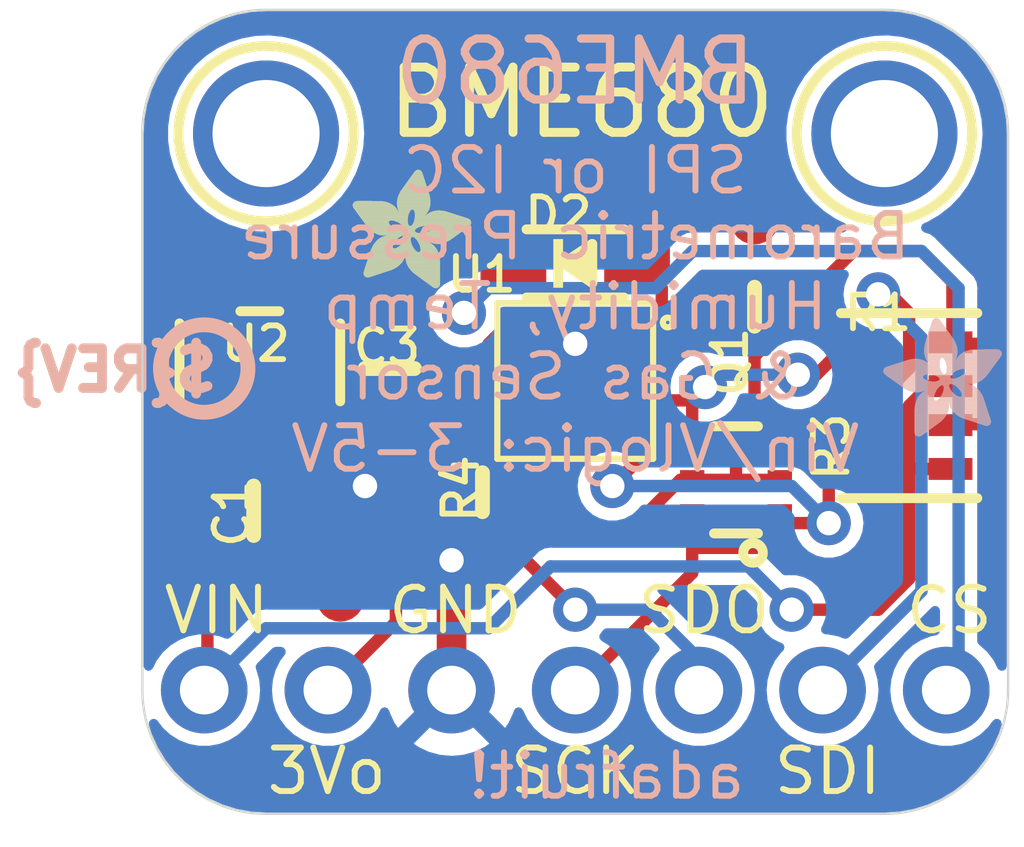
<source format=kicad_pcb>
(kicad_pcb (version 20221018) (generator pcbnew)
  (layers (0 "F.Cu" signal) (31 "B.Cu" signal) (34 "B.Paste" user) (35 "F.Paste" user) (36 "B.SilkS" user "B.Silkscreen") (37 "F.SilkS" user "F.Silkscreen") (38 "B.Mask" user) (39 "F.Mask" user) (44 "Edge.Cuts" user))
  (net 0 "")
  (net 1 "GND")
  (net 2 "SDI_3V")
  (net 3 "SCK_3V")
  (net 4 "CS_3V")
  (net 5 "3.3V")
  (net 6 "SDO/ADR")
  (net 7 "SDI/SDA")
  (net 8 "SCK/SCL")
  (net 9 "VIN")
  (net 10 "CS")
  (footprint "working:FIDUCIAL_1MM" (layer "F.Cu") (at 143.6751 108.8136)
    (fp_text reference "U$5" hide)
    (fp_text value "FIDUCIAL_1MM" hide)
    (pad "1" smd roundrect (at 0 0) (size 1 1) (layers "F.Cu" "F.Mask") (roundrect_rratio 0.5))
  )
  (footprint "working:ADAFRUIT_2.5MM" (layer "F.Cu") (at 143.9291 102.4636)
    (fp_text reference "U$6" hide)
    (fp_text value "" hide)
  )
  (footprint "working:BME680" (layer "F.Cu") (at 148.5011 104.3686)
    (fp_text reference "U1" (at -1.15 -2.185) (layer "F.SilkS") (effects (font (size 0.692831 0.692831) (thickness 0.119969)) (justify right)))
    (fp_text value "BME280")
    (pad "1" smd rect (at 1.2 -1.2) (size 0.4 0.4) (layers "F.Cu" "F.Paste" "F.Mask") (net 1 "GND"))
    (pad "2" smd rect (at 1.2 -0.4) (size 0.4 0.4) (layers "F.Cu" "F.Paste" "F.Mask") (net 4 "CS_3V"))
    (pad "3" smd rect (at 1.2 0.4) (size 0.4 0.4) (layers "F.Cu" "F.Paste" "F.Mask") (net 2 "SDI_3V"))
    (pad "4" smd rect (at 1.2 1.2) (size 0.4 0.4) (layers "F.Cu" "F.Paste" "F.Mask") (net 3 "SCK_3V"))
    (pad "5" smd rect (at -1.2 1.2) (size 0.4 0.4) (layers "F.Cu" "F.Paste" "F.Mask") (net 6 "SDO/ADR"))
    (pad "6" smd rect (at -1.2 0.4) (size 0.4 0.4) (layers "F.Cu" "F.Paste" "F.Mask") (net 5 "3.3V"))
    (pad "7" smd rect (at -1.2 -0.4) (size 0.4 0.4) (layers "F.Cu" "F.Paste" "F.Mask") (net 1 "GND"))
    (pad "8" smd rect (at -1.2 -1.2) (size 0.4 0.4) (layers "F.Cu" "F.Paste" "F.Mask") (net 5 "3.3V"))
  )
  (footprint "working:0603-NO" (layer "F.Cu") (at 146.5961 106.6546 180)
    (fp_text reference "R4" (at 0.4445 0.8255 90) (layer "F.SilkS") (effects (font (size 0.692831 0.692831) (thickness 0.119969)) (justify right)))
    (fp_text value "10K")
    (pad "1" smd rect (at -0.85 0 180) (size 1.075 1) (layers "F.Cu" "F.Paste" "F.Mask") (net 6 "SDO/ADR"))
    (pad "2" smd rect (at 0.85 0 180) (size 1.075 1) (layers "F.Cu" "F.Paste" "F.Mask") (net 5 "3.3V"))
  )
  (footprint "working:RESPACK_4X0603" (layer "F.Cu") (at 155.3591 104.8766 90)
    (fp_text reference "R3" (at -1.6 -1.6 90) (layer "F.SilkS") (effects (font (size 0.692831 0.692831) (thickness 0.119969)) (justify left)))
    (fp_text value "10K")
    (pad "1" smd rect (at -1.3 0.85 90) (size 0.45 0.9) (layers "F.Cu" "F.Paste" "F.Mask") (net 9 "VIN"))
    (pad "2" smd rect (at -0.4 0.85 90) (size 0.45 0.9) (layers "F.Cu" "F.Paste" "F.Mask") (net 5 "3.3V"))
    (pad "3" smd rect (at 0.4 0.85 90) (size 0.45 0.9) (layers "F.Cu" "F.Paste" "F.Mask") (net 9 "VIN"))
    (pad "4" smd rect (at 1.3 0.85 90) (size 0.45 0.9) (layers "F.Cu" "F.Paste" "F.Mask") (net 5 "3.3V"))
    (pad "5" smd rect (at 1.3 -0.85 90) (size 0.45 0.9) (layers "F.Cu" "F.Paste" "F.Mask") (net 2 "SDI_3V"))
    (pad "6" smd rect (at 0.4 -0.85 90) (size 0.45 0.9) (layers "F.Cu" "F.Paste" "F.Mask") (net 7 "SDI/SDA"))
    (pad "7" smd rect (at -0.4 -0.85 90) (size 0.45 0.9) (layers "F.Cu" "F.Paste" "F.Mask") (net 3 "SCK_3V"))
    (pad "8" smd rect (at -1.3 -0.85 90) (size 0.45 0.9) (layers "F.Cu" "F.Paste" "F.Mask") (net 8 "SCK/SCL"))
  )
  (footprint "working:FIDUCIAL_1MM" (layer "F.Cu") (at 152.1841 101.0666)
    (fp_text reference "U$15" hide)
    (fp_text value "FIDUCIAL_1MM" hide)
    (pad "1" smd roundrect (at 0 0) (size 1 1) (layers "F.Cu" "F.Mask") (roundrect_rratio 0.5))
  )
  (footprint "working:0805-NO" (layer "F.Cu") (at 141.8971 107.0356)
    (fp_text reference "C1" (at -0.4445 -0.6985 90) (layer "F.SilkS") (effects (font (size 0.692831 0.692831) (thickness 0.119969)) (justify right)))
    (fp_text value "10uF")
    (pad "1" smd rect (at -0.95 0) (size 1.24 1.5) (layers "F.Cu" "F.Paste" "F.Mask") (net 9 "VIN"))
    (pad "2" smd rect (at 0.95 0) (size 1.24 1.5) (layers "F.Cu" "F.Paste" "F.Mask") (net 1 "GND"))
  )
  (footprint "working:SOD-323" (layer "F.Cu") (at 148.5011 101.9556)
    (fp_text reference "D2" (at -1.1 -1) (layer "F.SilkS") (effects (font (size 0.692831 0.692831) (thickness 0.119969)) (justify left)))
    (fp_text value "1N4148")
    (pad "A" smd rect (at 1.27 0) (size 1.35 0.8) (layers "F.Cu" "F.Paste" "F.Mask") (net 4 "CS_3V"))
    (pad "C" smd rect (at -1.27 0) (size 1.35 0.8) (layers "F.Cu" "F.Paste" "F.Mask") (net 10 "CS"))
  )
  (footprint "working:MOUNTINGHOLE_2.0_PLATED" (layer "F.Cu") (at 154.8511 99.2886)
    (fp_text reference "U$8" hide)
    (fp_text value "MOUNTINGHOLE2.0" hide)
    (pad "P$1" thru_hole circle (at 0 0) (size 3 3) (drill 2.2) (layers "*.Cu" "*.Mask"))
    (zone (net 0) (net_name "") (layer "B.Cu") (connect_pads (clearance 0)) (min_thickness 0.25)
      (keepout (tracks not_allowed) (vias not_allowed) (pads not_allowed) (copperpour not_allowed) (footprints allowed))
      (fill (thermal_gap 0.5) (thermal_bridge_width 0.5))
      (polygon (pts (xy 156.8671 99.2886) (xy 156.84748 99.008027) (xy 156.789004 98.732915) (xy 156.692808 98.468619) (xy 156.560765 98.220283) (xy 156.395446 97.99274) (xy 156.200067 97.79042) (xy 155.978433 97.61726) (xy 155.734856 97.476631) (xy 155.474078 97.37127) (xy 155.201175 97.303228) (xy 154.921457 97.273828) (xy 154.640371 97.283644) (xy 154.363385 97.332484) (xy 154.095893 97.419397) (xy 153.8431 97.542693) (xy 153.609926 97.69997) (xy 153.400911 97.888169) (xy 153.220122 98.103625) (xy 153.071078 98.342145) (xy 152.95668 98.599087) (xy 152.879154 98.86945) (xy 152.840011 99.147971) (xy 152.840011 99.429229) (xy 152.879154 99.70775) (xy 152.95668 99.978113) (xy 153.071078 100.235055) (xy 153.220122 100.473575) (xy 153.400911 100.689031) (xy 153.609926 100.87723) (xy 153.8431 101.034507) (xy 154.095893 101.157803) (xy 154.363385 101.244716) (xy 154.640371 101.293556) (xy 154.921457 101.303372) (xy 155.201175 101.273972) (xy 155.474078 101.20593) (xy 155.734856 101.100569) (xy 155.978433 100.95994) (xy 156.200067 100.78678) (xy 156.395446 100.58446) (xy 156.560765 100.356917) (xy 156.692808 100.108581) (xy 156.789004 99.844285) (xy 156.84748 99.569173)))
      (polygon (pts (xy 154.8351 99.2886) (xy 154.839786 99.299914) (xy 154.8511 99.3046) (xy 154.862414 99.299914) (xy 154.8671 99.2886) (xy 154.862414 99.277286) (xy 154.8511 99.2726) (xy 154.839786 99.277286)))
    )
  )
  (footprint "working:0603-NO" (layer "F.Cu") (at 152.1841 102.8446)
    (fp_text reference "R1" (at 1.778 0.127) (layer "F.SilkS") (effects (font (size 0.692831 0.692831) (thickness 0.119969)) (justify left)))
    (fp_text value "10K")
    (pad "1" smd rect (at -0.85 0) (size 1.075 1) (layers "F.Cu" "F.Paste" "F.Mask") (net 4 "CS_3V"))
    (pad "2" smd rect (at 0.85 0) (size 1.075 1) (layers "F.Cu" "F.Paste" "F.Mask") (net 5 "3.3V"))
  )
  (footprint "working:SOT23-5" (layer "F.Cu") (at 142.0241 103.9876)
    (fp_text reference "U2" (at 0.689 -0.381) (layer "F.SilkS") (effects (font (size 0.692831 0.692831) (thickness 0.119969)) (justify right)))
    (fp_text value "MIC5225-3.3")
    (pad "1" smd rect (at -0.95 1.3001) (size 0.55 1.2) (layers "F.Cu" "F.Paste" "F.Mask") (net 9 "VIN"))
    (pad "2" smd rect (at 0 1.3001) (size 0.55 1.2) (layers "F.Cu" "F.Paste" "F.Mask") (net 1 "GND"))
    (pad "3" smd rect (at 0.95 1.3001) (size 0.55 1.2) (layers "F.Cu" "F.Paste" "F.Mask") (net 9 "VIN"))
    (pad "4" smd rect (at 0.95 -1.3001) (size 0.55 1.2) (layers "F.Cu" "F.Paste" "F.Mask"))
    (pad "5" smd rect (at -0.95 -1.3001) (size 0.55 1.2) (layers "F.Cu" "F.Paste" "F.Mask") (net 5 "3.3V"))
  )
  (footprint "working:0805-NO" (layer "F.Cu") (at 144.6911 104.1146 -90)
    (fp_text reference "C3" (at -0.4445 -0.6985) (layer "F.SilkS") (effects (font (size 0.692831 0.692831) (thickness 0.119969)) (justify right)))
    (fp_text value "10uF")
    (pad "1" smd rect (at -0.95 0 270) (size 1.24 1.5) (layers "F.Cu" "F.Paste" "F.Mask") (net 5 "3.3V"))
    (pad "2" smd rect (at 0.95 0 270) (size 1.24 1.5) (layers "F.Cu" "F.Paste" "F.Mask") (net 1 "GND"))
  )
  (footprint "working:MOUNTINGHOLE_2.0_PLATED" (layer "F.Cu") (at 142.1511 99.2886)
    (fp_text reference "U$7" hide)
    (fp_text value "MOUNTINGHOLE2.0" hide)
    (pad "P$1" thru_hole circle (at 0 0) (size 3 3) (drill 2.2) (layers "*.Cu" "*.Mask"))
    (zone (net 0) (net_name "") (layer "B.Cu") (connect_pads (clearance 0)) (min_thickness 0.25)
      (keepout (tracks not_allowed) (vias not_allowed) (pads not_allowed) (copperpour not_allowed) (footprints allowed))
      (fill (thermal_gap 0.5) (thermal_bridge_width 0.5))
      (polygon (pts (xy 144.1671 99.2886) (xy 144.14748 99.008027) (xy 144.089004 98.732915) (xy 143.992808 98.468619) (xy 143.860765 98.220283) (xy 143.695446 97.99274) (xy 143.500067 97.79042) (xy 143.278433 97.61726) (xy 143.034856 97.476631) (xy 142.774078 97.37127) (xy 142.501175 97.303228) (xy 142.221457 97.273828) (xy 141.940371 97.283644) (xy 141.663385 97.332484) (xy 141.395893 97.419397) (xy 141.1431 97.542693) (xy 140.909926 97.69997) (xy 140.700911 97.888169) (xy 140.520122 98.103625) (xy 140.371078 98.342145) (xy 140.25668 98.599087) (xy 140.179154 98.86945) (xy 140.140011 99.147971) (xy 140.140011 99.429229) (xy 140.179154 99.70775) (xy 140.25668 99.978113) (xy 140.371078 100.235055) (xy 140.520122 100.473575) (xy 140.700911 100.689031) (xy 140.909926 100.87723) (xy 141.1431 101.034507) (xy 141.395893 101.157803) (xy 141.663385 101.244716) (xy 141.940371 101.293556) (xy 142.221457 101.303372) (xy 142.501175 101.273972) (xy 142.774078 101.20593) (xy 143.034856 101.100569) (xy 143.278433 100.95994) (xy 143.500067 100.78678) (xy 143.695446 100.58446) (xy 143.860765 100.356917) (xy 143.992808 100.108581) (xy 144.089004 99.844285) (xy 144.14748 99.569173)))
      (polygon (pts (xy 142.1351 99.2886) (xy 142.139786 99.299914) (xy 142.1511 99.3046) (xy 142.162414 99.299914) (xy 142.1671 99.2886) (xy 142.162414 99.277286) (xy 142.1511 99.2726) (xy 142.139786 99.277286)))
    )
  )
  (footprint "working:SOT363" (layer "F.Cu") (at 151.8031 106.4006 90)
    (fp_text reference "Q1" (at 1.651 -0.127 90) (layer "F.SilkS") (effects (font (size 0.692831 0.692831) (thickness 0.119969)) (justify left)))
    (fp_text value "2N7002D")
    (pad "1" smd rect (at -0.75 0.9 90) (size 0.5 0.5) (layers "F.Cu" "F.Paste" "F.Mask") (net 3 "SCK_3V"))
    (pad "2" smd rect (at 0 0.9 90) (size 0.4 0.5) (layers "F.Cu" "F.Paste" "F.Mask") (net 5 "3.3V"))
    (pad "3" smd rect (at 0.75 0.9 90) (size 0.5 0.5) (layers "F.Cu" "F.Paste" "F.Mask") (net 7 "SDI/SDA"))
    (pad "4" smd rect (at 0.75 -0.9 90) (size 0.5 0.5) (layers "F.Cu" "F.Paste" "F.Mask") (net 2 "SDI_3V"))
    (pad "5" smd rect (at 0 -0.9 90) (size 0.4 0.5) (layers "F.Cu" "F.Paste" "F.Mask") (net 5 "3.3V"))
    (pad "6" smd rect (at -0.75 -0.9 90) (size 0.5 0.5) (layers "F.Cu" "F.Paste" "F.Mask") (net 8 "SCK/SCL"))
  )
  (footprint "working:1X07_ROUND_70" (layer "F.Cu") (at 148.5011 110.7186)
    (fp_text reference "JP2" hide)
    (fp_text value "")
    (pad "1" thru_hole circle (at -7.62 0 90) (size 1.778 1.778) (drill 1) (layers "*.Cu" "*.Mask") (net 9 "VIN"))
    (pad "2" thru_hole circle (at -5.08 0 90) (size 1.778 1.778) (drill 1) (layers "*.Cu" "*.Mask") (net 5 "3.3V"))
    (pad "3" thru_hole circle (at -2.54 0 90) (size 1.778 1.778) (drill 1) (layers "*.Cu" "*.Mask") (net 1 "GND"))
    (pad "4" thru_hole circle (at 0 0 90) (size 1.778 1.778) (drill 1) (layers "*.Cu" "*.Mask") (net 8 "SCK/SCL"))
    (pad "5" thru_hole circle (at 2.54 0 90) (size 1.778 1.778) (drill 1) (layers "*.Cu" "*.Mask") (net 6 "SDO/ADR"))
    (pad "6" thru_hole circle (at 5.08 0 90) (size 1.778 1.778) (drill 1) (layers "*.Cu" "*.Mask") (net 7 "SDI/SDA"))
    (pad "7" thru_hole circle (at 7.62 0 90) (size 1.778 1.778) (drill 1) (layers "*.Cu" "*.Mask") (net 10 "CS"))
  )
  (footprint "working:ADAFRUIT_2.5MM" (layer "B.Cu") (at 157.2641 105.5116 180)
    (fp_text reference "U$2" hide)
    (fp_text value "" hide)
  )
  (footprint "working:PCBFEAT-REV-040" (layer "B.Cu") (at 140.8811 104.1146 180)
    (fp_text reference "U$20" hide)
    (fp_text value "" hide)
    (fp_text user "${REV}" (at -0.3556 -0.508) (layer "B.SilkS") (effects (font (size 0.8128 0.8128) (thickness 0.2032)) (justify left bottom mirror)))
  )
  (gr_arc (start 142.1511 113.2586) (mid 140.355049 112.514651) (end 139.6111 110.7186) (stroke (width 0.05)) (layer "Edge.Cuts"))
  (gr_line (start 139.6111 110.7186) (end 139.6111 99.2886) (stroke (width 0.05)) (layer "Edge.Cuts"))
  (gr_line (start 142.1511 96.7486) (end 154.8511 96.7486) (stroke (width 0.05)) (layer "Edge.Cuts"))
  (gr_arc (start 157.3911 110.7186) (mid 156.647151 112.514651) (end 154.8511 113.2586) (stroke (width 0.05)) (layer "Edge.Cuts"))
  (gr_line (start 157.3911 99.2886) (end 157.3911 110.7186) (stroke (width 0.05)) (layer "Edge.Cuts"))
  (gr_line (start 154.8511 113.2586) (end 142.1511 113.2586) (stroke (width 0.05)) (layer "Edge.Cuts"))
  (gr_arc (start 139.6111 99.2886) (mid 140.355049 97.492549) (end 142.1511 96.7486) (stroke (width 0.05)) (layer "Edge.Cuts"))
  (gr_arc (start 154.8511 96.7486) (mid 156.647151 97.492549) (end 157.3911 99.2886) (stroke (width 0.05)) (layer "Edge.Cuts"))
  (gr_text "SPI or I2C" (at 148.5011 100.0506) (layer "B.SilkS") (effects (font (size 0.89408 0.89408) (thickness 0.12192)) (justify mirror)))
  (gr_text "Barometric Pressure\nHumidity, Temp\n& Gas Sensor" (at 148.5011 102.8446) (layer "B.SilkS") (effects (font (size 0.89408 0.89408) (thickness 0.12192)) (justify mirror)))
  (gr_text "BME680" (at 148.5011 98.0186) (layer "B.SilkS") (effects (font (size 1.251712 1.251712) (thickness 0.170688)) (justify mirror)))
  (gr_text "Vin/Vlogic: 3-5V" (at 148.5011 105.7656) (layer "B.SilkS") (effects (font (size 0.89408 0.89408) (thickness 0.12192)) (justify mirror)))
  (gr_text "adafruit!" (at 152.0571 113.0046) (layer "B.SilkS") (effects (font (size 0.89408 0.89408) (thickness 0.12192)) (justify left bottom mirror)))
  (gr_text "SDO" (at 152.5651 108.5596) (layer "F.SilkS") (effects (font (size 0.89408 0.89408) (thickness 0.12192)) (justify right top)))
  (gr_text "VIN" (at 142.2781 108.5596) (layer "F.SilkS") (effects (font (size 0.89408 0.89408) (thickness 0.12192)) (justify right top)))
  (gr_text "SCK" (at 149.8981 111.8616) (layer "F.SilkS") (effects (font (size 0.89408 0.89408) (thickness 0.12192)) (justify right top)))
  (gr_text "BME680" (at 148.6281 98.6536) (layer "F.SilkS") (effects (font (size 1.34112 1.34112) (thickness 0.18288))))
  (gr_text "3Vo" (at 144.6911 111.8616) (layer "F.SilkS") (effects (font (size 0.89408 0.89408) (thickness 0.12192)) (justify right top)))
  (gr_text "GND" (at 147.4851 108.5596) (layer "F.SilkS") (effects (font (size 0.89408 0.89408) (thickness 0.12192)) (justify right top)))
  (gr_text "CS" (at 157.1371 108.5596) (layer "F.SilkS") (effects (font (size 0.89408 0.89408) (thickness 0.12192)) (justify right top)))
  (gr_text "SDI" (at 154.8511 111.8616) (layer "F.SilkS") (effects (font (size 0.89408 0.89408) (thickness 0.12192)) (justify right top)))
  (segment (start 142.8471 106.8426) (end 142.8471 107.0356) (width 0.254) (layer "F.Cu") (net 1))
  (segment (start 142.0241 106.0196) (end 142.8471 106.8426) (width 0.254) (layer "F.Cu") (net 1))
  (segment (start 148.5011 103.6066) (end 148.1391 103.9686) (width 0.254) (layer "F.Cu") (net 1))
  (segment (start 142.8471 107.0356) (end 143.6751 107.0356) (width 0.254) (layer "F.Cu") (net 1))
  (segment (start 145.9611 110.7186) (end 145.9611 108.0516) (width 0.6096) (layer "F.Cu") (net 1))
  (segment (start 148.9391 103.1686) (end 149.7011 103.1686) (width 0.254) (layer "F.Cu") (net 1))
  (segment (start 144.1831 105.5726) (end 144.1831 106.5276) (width 0.254) (layer "F.Cu") (net 1))
  (segment (start 148.1391 103.9686) (end 147.3011 103.9686) (width 0.254) (layer "F.Cu") (net 1))
  (segment (start 142.0241 105.2877) (end 142.0241 106.0196) (width 0.254) (layer "F.Cu") (net 1))
  (segment (start 144.6911 105.0646) (end 144.1831 105.5726) (width 0.254) (layer "F.Cu") (net 1))
  (segment (start 148.5011 103.6066) (end 148.9391 103.1686) (width 0.254) (layer "F.Cu") (net 1))
  (segment (start 143.6751 107.0356) (end 144.1831 106.5276) (width 0.254) (layer "F.Cu") (net 1))
  (via (at 148.5011 103.6066) (size 0.9064) (drill 0.5) (layers "F.Cu" "B.Cu") (net 1))
  (via (at 144.1831 106.5276) (size 0.9064) (drill 0.5) (layers "F.Cu" "B.Cu") (net 1))
  (via (at 145.9611 108.0516) (size 0.9064) (drill 0.5) (layers "F.Cu" "B.Cu") (net 1))
  (segment (start 150.9701 104.6936) (end 151.1681 104.4956) (width 0.254) (layer "F.Cu") (net 2))
  (segment (start 154.5091 103.5766) (end 154.1191 103.5766) (width 0.254) (layer "F.Cu") (net 2))
  (segment (start 150.8951 104.7686) (end 151.1681 104.4956) (width 0.254) (layer "F.Cu") (net 2))
  (segment (start 151.1681 104.4956) (end 150.9031 104.7606) (width 0.254) (layer "F.Cu") (net 2))
  (segment (start 153.4541 104.2416) (end 153.0731 104.2416) (width 0.254) (layer "F.Cu") (net 2))
  (segment (start 154.1191 103.5766) (end 153.4541 104.2416) (width 0.254) (layer "F.Cu") (net 2))
  (segment (start 150.9031 104.7606) (end 150.9031 105.6506) (width 0.254) (layer "F.Cu") (net 2))
  (segment (start 149.7011 104.7686) (end 150.8951 104.7686) (width 0.254) (layer "F.Cu") (net 2))
  (via (at 151.1681 104.4956) (size 0.9064) (drill 0.5) (layers "F.Cu" "B.Cu") (net 2))
  (via (at 153.0731 104.2416) (size 0.9064) (drill 0.5) (layers "F.Cu" "B.Cu") (net 2))
  (segment (start 151.4221 104.2416) (end 153.0731 104.2416) (width 0.254) (layer "B.Cu") (net 2))
  (segment (start 151.1681 104.4956) (end 151.4221 104.2416) (width 0.254) (layer "B.Cu") (net 2))
  (segment (start 152.8421 107.2896) (end 153.7081 107.2896) (width 0.254) (layer "F.Cu") (net 3))
  (segment (start 154.0701 105.2766) (end 154.5091 105.2766) (width 0.254) (layer "F.Cu") (net 3))
  (segment (start 149.7011 106.0896) (end 149.2631 106.5276) (width 0.254) (layer "F.Cu") (net 3))
  (segment (start 153.7081 105.6386) (end 153.7081 107.2896) (width 0.254) (layer "F.Cu") (net 3))
  (segment (start 149.7011 105.5686) (end 149.7011 106.0896) (width 0.254) (layer "F.Cu") (net 3))
  (segment (start 152.7031 107.1506) (end 152.8421 107.2896) (width 0.254) (layer "F.Cu") (net 3))
  (segment (start 154.0701 105.2766) (end 153.7081 105.6386) (width 0.254) (layer "F.Cu") (net 3))
  (via (at 149.2631 106.5276) (size 0.9064) (drill 0.5) (layers "F.Cu" "B.Cu") (net 3))
  (via (at 153.7081 107.2896) (size 0.9064) (drill 0.5) (layers "F.Cu" "B.Cu") (net 3))
  (segment (start 152.9461 106.5276) (end 153.7081 107.2896) (width 0.254) (layer "B.Cu") (net 3))
  (segment (start 149.2631 106.5276) (end 152.9461 106.5276) (width 0.254) (layer "B.Cu") (net 3))
  (segment (start 150.2791 102.4636) (end 149.7711 101.9556) (width 0.254) (layer "F.Cu") (net 4))
  (segment (start 151.3341 102.8446) (end 150.2791 102.8446) (width 0.254) (layer "F.Cu") (net 4))
  (segment (start 150.0441 103.9686) (end 149.7011 103.9686) (width 0.254) (layer "F.Cu") (net 4))
  (segment (start 150.2791 103.7336) (end 150.2791 102.8446) (width 0.254) (layer "F.Cu") (net 4))
  (segment (start 150.2791 102.8446) (end 150.2791 102.4636) (width 0.254) (layer "F.Cu") (net 4))
  (segment (start 150.2791 103.7336) (end 150.0441 103.9686) (width 0.254) (layer "F.Cu") (net 4))
  (segment (start 141.3891 101.7016) (end 143.5481 101.7016) (width 0.254) (layer "F.Cu") (net 5))
  (segment (start 154.2161 101.7016) (end 155.6131 101.7016) (width 0.254) (layer "F.Cu") (net 5))
  (segment (start 151.8031 106.4006) (end 150.9031 106.4006) (width 0.254) (layer "F.Cu") (net 5))
  (segment (start 144.6911 102.8446) (end 144.6911 103.1646) (width 0.254) (layer "F.Cu") (net 5))
  (segment (start 144.8181 107.5826) (end 145.7461 106.6546) (width 0.254) (layer "F.Cu") (net 5))
  (segment (start 152.7031 106.4006) (end 151.8031 106.4006) (width 0.254) (layer "F.Cu") (net 5))
  (segment (start 145.9611 104.2416) (end 145.9611 104.6226) (width 0.254) (layer "F.Cu") (net 5))
  (segment (start 153.0731 102.8446) (end 153.0341 102.8446) (width 0.254) (layer "F.Cu") (net 5))
  (segment (start 153.0341 103.0106) (end 153.0341 102.8446) (width 0.254) (layer "F.Cu") (net 5))
  (segment (start 156.2481 102.3366) (end 156.2481 103.5376) (width 0.254) (layer "F.Cu") (net 5))
  (segment (start 151.8031 106.4006) (end 151.8031 105.2576) (width 0.254) (layer "F.Cu") (net 5))
  (segment (start 150.6601 106.4006) (end 150.9031 106.4006) (width 0.254) (layer "F.Cu") (net 5))
  (segment (start 148.3741 105.0036) (end 148.3741 107.0356) (width 0.254) (layer "F.Cu") (net 5))
  (segment (start 144.8181 109.3216) (end 144.8181 107.5826) (width 0.254) (layer "F.Cu") (net 5))
  (segment (start 148.1391 104.7686) (end 147.3011 104.7686) (width 0.254) (layer "F.Cu") (net 5))
  (segment (start 148.3741 107.0356) (end 148.8821 107.5436) (width 0.254) (layer "F.Cu") (net 5))
  (segment (start 157.0101 103.6066) (end 157.0101 105.2576) (width 0.254) (layer "F.Cu") (net 5))
  (segment (start 146.7231 104.6936) (end 146.7231 103.6066) (width 0.254) (layer "F.Cu") (net 5))
  (segment (start 141.0741 102.6875) (end 141.0741 102.0166) (width 0.254) (layer "F.Cu") (net 5))
  (segment (start 156.2481 103.5376) (end 156.2091 103.5766) (width 0.254) (layer "F.Cu") (net 5))
  (segment (start 146.7231 104.6936) (end 146.7981 104.7686) (width 0.254) (layer "F.Cu") (net 5))
  (segment (start 149.5171 107.5436) (end 150.6601 106.4006) (width 0.254) (layer "F.Cu") (net 5))
  (segment (start 153.0731 102.8446) (end 154.2161 101.7016) (width 0.254) (layer "F.Cu") (net 5))
  (segment (start 143.4211 110.7186) (end 144.8181 109.3216) (width 0.254) (layer "F.Cu") (net 5))
  (segment (start 156.2091 103.6066) (end 157.0101 103.6066) (width 0.254) (layer "F.Cu") (net 5))
  (segment (start 146.7231 104.6936) (end 146.6521 104.6226) (width 0.254) (layer "F.Cu") (net 5))
  (segment (start 153.0341 103.0106) (end 152.1841 103.8606) (width 0.254) (layer "F.Cu") (net 5))
  (segment (start 145.9611 106.4396) (end 145.7461 106.6546) (width 0.254) (layer "F.Cu") (net 5))
  (segment (start 148.1391 104.7686) (end 148.3741 105.0036) (width 0.254) (layer "F.Cu") (net 5))
  (segment (start 156.2091 103.6066) (end 156.2091 103.5766) (width 0.254) (layer "F.Cu") (net 5))
  (segment (start 147.1611 103.1686) (end 147.3011 103.1686) (width 0.254) (layer "F.Cu") (net 5))
  (segment (start 143.5481 101.7016) (end 144.6911 102.8446) (width 0.254) (layer "F.Cu") (net 5))
  (segment (start 146.7981 104.7686) (end 147.3011 104.7686) (width 0.254) (layer "F.Cu") (net 5))
  (segment (start 151.8031 105.2576) (end 152.1841 104.8766) (width 0.254) (layer "F.Cu") (net 5))
  (segment (start 146.6521 104.6226) (end 145.9611 104.6226) (width 0.254) (layer "F.Cu") (net 5))
  (segment (start 148.8821 107.5436) (end 149.5171 107.5436) (width 0.254) (layer "F.Cu") (net 5))
  (segment (start 145.1991 103.3526) (end 145.1991 103.4796) (width 0.254) (layer "F.Cu") (net 5))
  (segment (start 152.1841 104.8766) (end 152.1841 103.8606) (width 0.254) (layer "F.Cu") (net 5))
  (segment (start 146.7231 103.6066) (end 147.1611 103.1686) (width 0.254) (layer "F.Cu") (net 5))
  (segment (start 145.1991 103.3526) (end 144.6911 102.8446) (width 0.254) (layer "F.Cu") (net 5))
  (segment (start 155.6131 101.7016) (end 156.2481 102.3366) (width 0.254) (layer "F.Cu") (net 5))
  (segment (start 145.9611 104.6226) (end 145.9611 106.4396) (width 0.254) (layer "F.Cu") (net 5))
  (segment (start 157.0101 105.2576) (end 156.2091 105.2576) (width 0.254) (layer "F.Cu") (net 5))
  (segment (start 141.0741 102.0166) (end 141.3891 101.7016) (width 0.254) (layer "F.Cu") (net 5))
  (segment (start 145.1991 103.4796) (end 145.9611 104.2416) (width 0.254) (layer "F.Cu") (net 5))
  (segment (start 156.2091 105.2576) (end 156.2091 105.2766) (width 0.254) (layer "F.Cu") (net 5))
  (segment (start 147.3011 105.5686) (end 147.4461 105.7136) (width 0.254) (layer "F.Cu") (net 6))
  (segment (start 147.4191 107.9856) (end 148.5011 109.0676) (width 0.254) (layer "F.Cu") (net 6))
  (segment (start 147.4191 106.6276) (end 147.4461 106.6546) (width 0.254) (layer "F.Cu") (net 6))
  (segment (start 147.4461 105.7136) (end 147.4461 106.6546) (width 0.254) (layer "F.Cu") (net 6))
  (segment (start 147.4191 107.9856) (end 147.4191 106.6816) (width 0.254) (layer "F.Cu") (net 6))
  (segment (start 147.4191 106.6816) (end 147.4461 106.6546) (width 0.254) (layer "F.Cu") (net 6))
  (segment (start 148.3081 108.8746) (end 148.5011 109.0676) (width 0.254) (layer "F.Cu") (net 6))
  (via (at 148.5011 109.0676) (size 0.9064) (drill 0.5) (layers "F.Cu" "B.Cu") (net 6))
  (segment (start 150.0251 109.0676) (end 151.0411 110.0836) (width 0.254) (layer "B.Cu") (net 6))
  (segment (start 148.5011 109.0676) (end 150.0251 109.0676) (width 0.254) (layer "B.Cu") (net 6))
  (segment (start 151.0411 110.0836) (end 151.0411 110.7186) (width 0.254) (layer "B.Cu") (net 6))
  (segment (start 155.3591 104.1146) (end 155.3591 102.9716) (width 0.254) (layer "F.Cu") (net 7))
  (segment (start 154.0701 104.4766) (end 154.5091 104.4766) (width 0.254) (layer "F.Cu") (net 7))
  (segment (start 154.9781 102.5906) (end 154.7241 102.5906) (width 0.254) (layer "F.Cu") (net 7))
  (segment (start 154.9971 104.4766) (end 155.3591 104.1146) (width 0.254) (layer "F.Cu") (net 7))
  (segment (start 154.0051 104.4766) (end 154.5091 104.4766) (width 0.254) (layer "F.Cu") (net 7))
  (segment (start 154.5091 104.4766) (end 154.9971 104.4766) (width 0.254) (layer "F.Cu") (net 7))
  (segment (start 152.8311 105.6506) (end 152.7031 105.6506) (width 0.254) (layer "F.Cu") (net 7))
  (segment (start 155.3591 102.9716) (end 154.9781 102.5906) (width 0.254) (layer "F.Cu") (net 7))
  (segment (start 152.8311 105.6506) (end 154.0051 104.4766) (width 0.254) (layer "F.Cu") (net 7))
  (via (at 154.7241 102.5906) (size 0.9064) (drill 0.5) (layers "F.Cu" "B.Cu") (net 7))
  (segment (start 155.6131 108.6866) (end 153.5811 110.7186) (width 0.254) (layer "B.Cu") (net 7))
  (segment (start 154.7241 102.5906) (end 155.6131 103.4796) (width 0.254) (layer "B.Cu") (net 7))
  (segment (start 155.6131 103.4796) (end 155.6131 108.6866) (width 0.254) (layer "B.Cu") (net 7))
  (segment (start 154.0891 108.1786) (end 153.3271 108.1786) (width 0.254) (layer "F.Cu") (net 8))
  (segment (start 152.9461 107.7976) (end 150.9031 107.7976) (width 0.254) (layer "F.Cu") (net 8))
  (segment (start 148.5011 110.7186) (end 150.9031 108.3166) (width 0.254) (layer "F.Cu") (net 8))
  (segment (start 154.6361 107.6316) (end 154.0891 108.1786) (width 0.254) (layer "F.Cu") (net 8))
  (segment (start 150.9031 108.3166) (end 150.9031 107.7976) (width 0.254) (layer "F.Cu") (net 8))
  (segment (start 154.6361 107.6316) (end 154.6361 106.3036) (width 0.254) (layer "F.Cu") (net 8))
  (segment (start 150.9031 107.7976) (end 150.9031 107.1506) (width 0.254) (layer "F.Cu") (net 8))
  (segment (start 153.3271 108.1786) (end 152.9461 107.7976) (width 0.254) (layer "F.Cu") (net 8))
  (segment (start 154.6361 106.3036) (end 154.5091 106.1766) (width 0.254) (layer "F.Cu") (net 8))
  (segment (start 141.0741 107.0356) (end 140.9471 107.0356) (width 0.254) (layer "F.Cu") (net 9))
  (segment (start 141.1351 104.1146) (end 142.6591 104.1146) (width 0.254) (layer "F.Cu") (net 9))
  (segment (start 155.7591 104.4766) (end 156.2091 104.4766) (width 0.254) (layer "F.Cu") (net 9))
  (segment (start 140.9471 110.6526) (end 140.9471 107.0356) (width 0.254) (layer "F.Cu") (net 9))
  (segment (start 142.6591 104.1146) (end 142.9131 104.3686) (width 0.254) (layer "F.Cu") (net 9))
  (segment (start 141.0741 104.1756) (end 141.1351 104.1146) (width 0.254) (layer "F.Cu") (net 9))
  (segment (start 155.3591 108.4326) (end 154.7241 109.0676) (width 0.254) (layer "F.Cu") (net 9))
  (segment (start 155.3591 106.1766) (end 155.3591 104.8766) (width 0.254) (layer "F.Cu") (net 9))
  (segment (start 155.3591 106.1766) (end 155.3591 108.4326) (width 0.254) (layer "F.Cu") (net 9))
  (segment (start 156.2091 106.1766) (end 155.3591 106.1766) (width 0.254) (layer "F.Cu") (net 9))
  (segment (start 155.3591 104.8766) (end 155.7591 104.4766) (width 0.254) (layer "F.Cu") (net 9))
  (segment (start 140.9471 110.6526) (end 140.8811 110.7186) (width 0.254) (layer "F.Cu") (net 9))
  (segment (start 142.9131 104.3686) (end 142.9131 105.2267) (width 0.254) (layer "F.Cu") (net 9))
  (segment (start 154.7241 109.0676) (end 152.9461 109.0676) (width 0.254) (layer "F.Cu") (net 9))
  (segment (start 142.9131 105.2267) (end 142.9741 105.2877) (width 0.254) (layer "F.Cu") (net 9))
  (segment (start 141.0741 105.2877) (end 141.0741 107.0356) (width 0.254) (layer "F.Cu") (net 9))
  (segment (start 141.0741 105.2877) (end 141.0741 104.1756) (width 0.254) (layer "F.Cu") (net 9))
  (via (at 152.9461 109.0676) (size 0.9064) (drill 0.5) (layers "F.Cu" "B.Cu") (net 9))
  (segment (start 152.9461 109.0676) (end 152.0571 108.1786) (width 0.254) (layer "B.Cu") (net 9))
  (segment (start 140.9471 110.6526) (end 140.8811 110.7186) (width 0.254) (layer "B.Cu") (net 9))
  (segment (start 146.7231 109.4486) (end 142.1511 109.4486) (width 0.254) (layer "B.Cu") (net 9))
  (segment (start 142.1511 109.4486) (end 140.8811 110.7186) (width 0.254) (layer "B.Cu") (net 9))
  (segment (start 152.0571 108.1786) (end 147.9931 108.1786) (width 0.254) (layer "B.Cu") (net 9))
  (segment (start 147.9931 108.1786) (end 146.7231 109.4486) (width 0.254) (layer "B.Cu") (net 9))
  (segment (start 147.2311 101.9556) (end 146.2151 102.9716) (width 0.254) (layer "F.Cu") (net 10))
  (via (at 146.2151 102.9716) (size 0.9064) (drill 0.5) (layers "F.Cu" "B.Cu") (net 10))
  (segment (start 146.7231 102.4636) (end 146.2151 102.9716) (width 0.254) (layer "B.Cu") (net 10))
  (segment (start 156.3751 102.4636) (end 155.6131 101.7016) (width 0.254) (layer "B.Cu") (net 10))
  (segment (start 150.1521 102.4636) (end 146.7231 102.4636) (width 0.254) (layer "B.Cu") (net 10))
  (segment (start 155.9941 110.7186) (end 156.3751 110.3376) (width 0.254) (layer "B.Cu") (net 10))
  (segment (start 156.1211 110.7186) (end 155.9941 110.7186) (width 0.254) (layer "B.Cu") (net 10))
  (segment (start 155.6131 101.7016) (end 150.9141 101.7016) (width 0.254) (layer "B.Cu") (net 10))
  (segment (start 150.9141 101.7016) (end 150.1521 102.4636) (width 0.254) (layer "B.Cu") (net 10))
  (segment (start 156.3751 110.3376) (end 156.3751 102.4636) (width 0.254) (layer "B.Cu") (net 10))
  (zone (net 1) (net_name "GND") (layer "B.Cu") (priority 6) (connect_pads (clearance 0.254)) (min_thickness 0.2032) (fill yes (thermal_gap 0.4564) (thermal_bridge_width 0.4564))
    (polygon (pts (xy 157.722869 113.4618) (xy 139.536457 113.4618) (xy 139.406331 96.5454) (xy 157.592743 96.5454)))
  )
)
</source>
